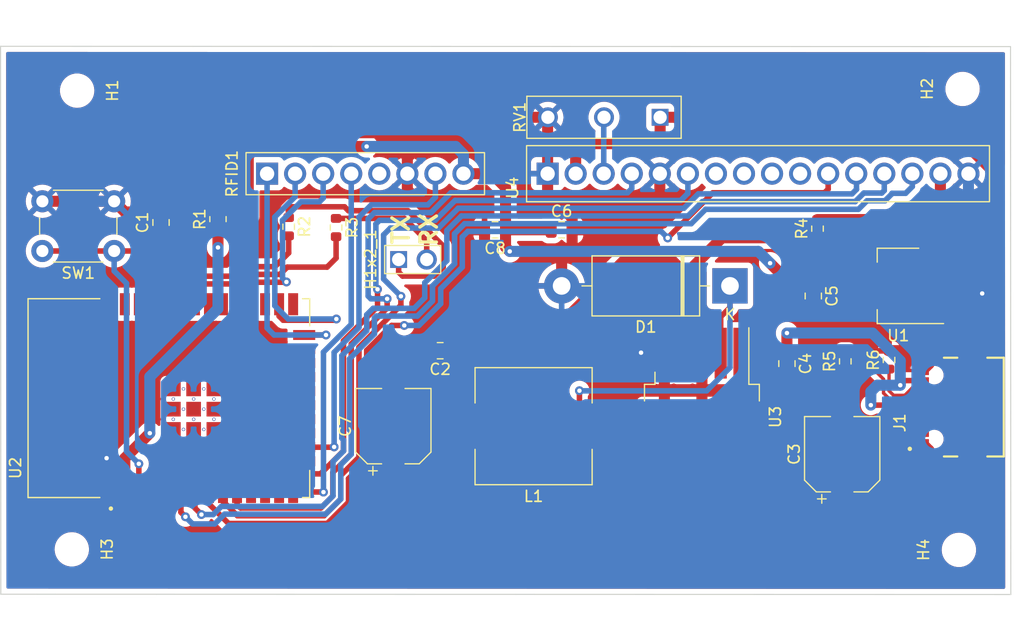
<source format=kicad_pcb>
(kicad_pcb (version 20211014) (generator pcbnew)
  (title_block (title "hardwareDesign PCB") (date "2022-11-05") (rev "1.0.") (company "Sergio Arboleda University") (comment 1 "David Alejandro Charry Bonilla"))
  (layers (0 "F.Cu" signal) (31 "B.Cu" signal) (34 "B.Paste" user) (35 "F.Paste" user) (36 "B.SilkS" user "B.Silkscreen") (37 "F.SilkS" user "F.Silkscreen") (38 "B.Mask" user) (39 "F.Mask" user) (44 "Edge.Cuts" user))
  (net 0 "")
  (net 1 "Net-(C1-Pad1)")
  (net 2 "GND")
  (net 3 "5V")
  (net 4 "VCC")
  (net 5 "3.3V")
  (net 6 "Net-(D1-Pad1)")
  (net 7 "Net-(H1x2_1-Pad1)")
  (net 8 "Net-(H1x2_1-Pad2)")
  (net 9 "Net-(R2-Pad2)")
  (net 10 "Net-(R3-Pad2)")
  (net 11 "Net-(R4-Pad2)")
  (net 12 "SDA")
  (net 13 "SCK")
  (net 14 "MOSI")
  (net 15 "MISO")
  (net 17 "RST")
  (net 18 "Net-(RV1-Pad2)")
  (net 21 "DB7")
  (net 22 "DB6")
  (net 23 "DB4")
  (net 24 "DB5")
  (net 25 "RS")
  (net 26 "E")
  (net 48 "Net-(J1-PadA5)")
  (net 52 "Net-(J1-PadB5)")
  (footprint "Resistor_SMD:R_0603_1608Metric" (layer "F.Cu") (at 149.7584 91.2368 -90)
    (fp_text reference "R3")
    (fp_text value "470")
  )
  (footprint "ESP32:MODULE_ESP32-WROOM-32D" (layer "F.Cu") (at 134.62 106.68 90)
    (fp_text reference "U2")
    (fp_text value "ESP32-WROOM-32D")
  )
  (footprint "Capacitor_SMD:C_0805_2012Metric" (layer "F.Cu") (at 192.9638 97.4344 -90)
    (fp_text reference "C5")
    (fp_text value "100u")
  )
  (footprint "Header_1x2:header_1x2" (layer "F.Cu") (at 157.9626 94.1324 90)
    (fp_text reference "H1x2_1")
    (fp_text value "Heather_1x2")
  )
  (footprint "Resistor_SMD:R_0603_1608Metric" (layer "F.Cu") (at 145.4658 91.1606 -90)
    (fp_text reference "R2")
    (fp_text value "470")
  )
  (footprint "Header_1x16:Header_1x16" (layer "F.Cu") (at 168.91 86.36 90)
    (fp_text reference "U4")
    (fp_text value "LCD-16X2")
  )
  (footprint "Resistor_SMD:R_0603_1608Metric" (layer "F.Cu") (at 199.8218 103.2256 90)
    (fp_text reference "R6")
    (fp_text value "5.1k")
  )
  (footprint "Resistor_SMD:R_0603_1608Metric" (layer "F.Cu") (at 195.8594 103.3526 90)
    (fp_text reference "R5")
    (fp_text value "5.1k")
  )
  (footprint "header_1x8:Header_1x8" (layer "F.Cu") (at 143.51 86.36 90)
    (fp_text reference "RFID1")
    (fp_text value "RC522")
  )
  (footprint "Inductor_SMD:L_10.4x10.4_H4.8" (layer "F.Cu") (at 167.64 109.22 180)
    (fp_text reference "L1")
    (fp_text value "33u")
  )
  (footprint "Capacitor_SMD:C_0805_2012Metric" (layer "F.Cu") (at 170.18 91.44)
    (fp_text reference "C6")
    (fp_text value "100n")
  )
  (footprint "MountingHole:MountingHole_2.1mm" (layer "F.Cu") (at 206.4766 78.6892 90)
    (fp_text reference "H2")
    (fp_text value "MountingHole_2.1mm")
  )
  (footprint "MountingHole:MountingHole_2.1mm" (layer "F.Cu") (at 206.1464 120.4214 90)
    (fp_text reference "H4")
    (fp_text value "MountingHole_2.1mm")
  )
  (footprint "MountingHole:MountingHole_2.1mm" (layer "F.Cu") (at 126.3142 78.8416 -90)
    (fp_text reference "H1")
    (fp_text value "MountingHole_2.1mm")
  )
  (footprint "Button_Switch_THT:SW_PUSH_6mm_H4.3mm" (layer "F.Cu") (at 129.6658 93.3598 180)
    (fp_text reference "SW1")
    (fp_text value "SW_MEC_5E")
  )
  (footprint "Capacitor_SMD:CP_Elec_6.3x5.7" (layer "F.Cu") (at 195.58 111.76 90)
    (fp_text reference "C3")
    (fp_text value "100u")
  )
  (footprint "Capacitor_SMD:CP_Elec_6.3x5.7" (layer "F.Cu") (at 154.94 109.22 90)
    (fp_text reference "C7")
    (fp_text value "220u")
  )
  (footprint "Capacitor_SMD:C_0805_2012Metric" (layer "F.Cu") (at 190.5762 103.5558 -90)
    (fp_text reference "C4")
    (fp_text value "100n")
  )
  (footprint "pot_10k:Potenciometer 10k" (layer "F.Cu") (at 174.0154 81.2546 -90)
    (fp_text reference "RV1")
    (fp_text value "10k")
  )
  (footprint "Resistor_SMD:R_0603_1608Metric" (layer "F.Cu") (at 193.3448 91.3384 90)
    (fp_text reference "R4")
    (fp_text value "100")
  )
  (footprint "Diode_THT:D_DO-201AD_P15.24mm_Horizontal" (layer "F.Cu") (at 185.42 96.52 180)
    (fp_text reference "D1")
    (fp_text value "1N5822")
  )
  (footprint "MountingHole:MountingHole_2.1mm" (layer "F.Cu") (at 125.8316 120.3706 -90)
    (fp_text reference "H3")
    (fp_text value "MountingHole_2.1mm")
  )
  (footprint "Capacitor_SMD:C_0805_2012Metric" (layer "F.Cu") (at 133.9088 90.7796 90)
    (fp_text reference "C1")
    (fp_text value "10u")
  )
  (footprint "USB-C:GCT_USB4110-GF-A_REVB" (layer "F.Cu") (at 203.9315 107.4928 90)
    (fp_text reference "J1")
    (fp_text value "USB4110-GF-A_REVB")
  )
  (footprint "Capacitor_SMD:C_0805_2012Metric" (layer "F.Cu") (at 159.1818 102.3874 180)
    (fp_text reference "C2")
    (fp_text value "10u")
  )
  (footprint "Resistor_SMD:R_0805_2012Metric" (layer "F.Cu") (at 139.065 90.4748 90)
    (fp_text reference "R1")
    (fp_text value "10k")
  )
  (footprint "Capacitor_SMD:C_0805_2012Metric" (layer "F.Cu") (at 164.15 91.44 180)
    (fp_text reference "C8")
    (fp_text value "10u")
  )
  (footprint "Package_TO_SOT_SMD:SOT-223-3_TabPin2" (layer "F.Cu") (at 200.66 96.52 180)
    (fp_text reference "U1")
    (fp_text value "AMS1117-3.3")
  )
  (footprint "Package_TO_SOT_SMD:TO-263-5_TabPin3" (layer "F.Cu") (at 182.88 108.385 -90)
    (fp_text reference "U3")
    (fp_text value "LM2596S-5")
  )
  (gr_line (start 119.38 74.8284) (end 119.4054 124.4346) (layer "Edge.Cuts") (width 0.1))
  (gr_line (start 119.4054 124.4346) (end 210.8454 124.46) (layer "Edge.Cuts") (width 0.1))
  (gr_line (start 210.82 74.8538) (end 119.38 74.8284) (layer "Edge.Cuts") (width 0.1))
  (gr_line (start 210.8454 124.46) (end 210.82 74.8538) (layer "Edge.Cuts") (width 0.1))
  (gr_text "RX" (at 158.1658 91.44 90) (layer "F.SilkS") (effects (font (size 1.5 1.5) (thickness 0.3))))
  (gr_text "TX" (at 155.6258 91.44 90) (layer "F.SilkS") (effects (font (size 1.5 1.5) (thickness 0.3))))
  (segment (start 133.4622 93.3598) (end 133.9088 92.9132) (width 0.5) (layer "F.Cu") (net 1))
  (segment (start 135.194 91.7296) (end 137.3632 89.5604) (width 0.5) (layer "F.Cu") (net 1))
  (segment (start 131.9 115.18) (end 131.9 112.6258) (width 0.5) (layer "F.Cu") (net 1))
  (segment (start 133.9088 92.9132) (end 133.9088 91.7296) (width 0.5) (layer "F.Cu") (net 1))
  (segment (start 123.1658 93.3598) (end 129.6658 93.3598) (width 0.5) (layer "F.Cu") (net 1))
  (segment (start 137.3632 89.5604) (end 139.0631 89.5604) (width 0.5) (layer "F.Cu") (net 1))
  (segment (start 139.0631 89.5604) (end 139.065 89.5623) (width 0.5) (layer "F.Cu") (net 1))
  (segment (start 133.9088 91.7296) (end 135.194 91.7296) (width 0.5) (layer "F.Cu") (net 1))
  (segment (start 129.6658 93.3598) (end 133.4622 93.3598) (width 0.5) (layer "F.Cu") (net 1))
  (via (at 131.9 112.6258) (size 0.8) (drill 0.4) (layers "F.Cu" "B.Cu") (net 1))
  (segment (start 129.6658 95.1726) (end 129.6658 93.3598) (width 0.5) (layer "B.Cu") (net 1))
  (segment (start 131.9 112.6258) (end 130.7846 111.5104) (width 0.5) (layer "B.Cu") (net 1))
  (segment (start 130.7846 96.2914) (end 129.6658 95.1726) (width 0.5) (layer "B.Cu") (net 1))
  (segment (start 130.7846 111.5104) (end 130.7846 96.2914) (width 0.5) (layer "B.Cu") (net 1))
  (segment (start 203.4315 102.3828) (end 203.4315 103.582518) (width 1) (layer "F.Cu") (net 2))
  (segment (start 154.9146 106.4946) (end 154.94 106.52) (width 1) (layer "F.Cu") (net 2))
  (segment (start 165.4302 82.7786) (end 165.4302 81.8388) (width 1) (layer "F.Cu") (net 2))
  (segment (start 158.2318 100.772) (end 163.2 95.8038) (width 1) (layer "F.Cu") (net 2))
  (segment (start 179.07 86.36) (end 179.07 88.0872) (width 1) (layer "F.Cu") (net 2))
  (segment (start 168.91 86.36) (end 168.91 88.138) (width 1) (layer "F.Cu") (net 2))
  (segment (start 133.9088 88.7984) (end 134.8232 87.884) (width 1) (layer "F.Cu") (net 2))
  (segment (start 195.8472 104.1654) (end 195.8594 104.1776) (width 1) (layer "F.Cu") (net 2))
  (segment (start 179.48 102.61) (end 177.413 102.61) (width 1) (layer "F.Cu") (net 2))
  (segment (start 203.4315 112.6028) (end 203.4315 115.4655) (width 1) (layer "F.Cu") (net 2))
  (segment (start 196.3928 99.6188) (end 198.7042 99.6188) (width 1) (layer "F.Cu") (net 2))
  (segment (start 202.921218 104.0928) (end 202.8565 104.0928) (width 1) (layer "F.Cu") (net 2))
  (segment (start 193.7126 104.1776) (end 192.9638 103.4288) (width 1) (layer "F.Cu") (net 2))
  (segment (start 156.21 84.9122) (end 156.972 84.1502) (width 1) (layer "F.Cu") (net 2))
  (segment (start 195.58 109.06) (end 192.311 109.06) (width 1) (layer "F.Cu") (net 2))
  (segment (start 166.0144 81.2546) (end 168.9354 81.2546) (width 1) (layer "F.Cu") (net 2))
  (segment (start 195.6892 109.1692) (end 195.58 109.06) (width 1) (layer "F.Cu") (net 2))
  (segment (start 155.7274 102.3874) (end 154.9146 103.2002) (width 1) (layer "F.Cu") (net 2))
  (segment (start 168.91 81.4832) (end 168.7068 81.28) (width 1) (layer "F.Cu") (net 2))
  (segment (start 195.8594 104.1776) (end 193.7126 104.1776) (width 1) (layer "F.Cu") (net 2))
  (segment (start 140.6082 86.925) (end 140.6082 84.237344) (width 1) (layer "F.Cu") (net 2))
  (segment (start 192.311 109.06) (end 192.311 105.7834) (width 1) (layer "F.Cu") (net 2))
  (segment (start 192.9638 98.3844) (end 195.1584 98.3844) (width 1) (layer "F.Cu") (net 2))
  (segment (start 170.18 94.2594) (end 171.13 93.3094) (width 1) (layer "F.Cu") (net 2))
  (segment (start 175.7172 91.44) (end 171.13 91.44) (width 1) (layer "F.Cu") (net 2))
  (segment (start 206.6404 98.82) (end 208.2546 97.2058) (width 1) (layer "F.Cu") (net 2))
  (segment (start 133.9088 89.8296) (end 133.9088 88.7984) (width 1) (layer "F.Cu") (net 2))
  (segment (start 156.21 87.8332) (end 159.8168 91.44) (width 1) (layer "F.Cu") (net 2))
  (segment (start 192.311 105.7834) (end 193.5886 104.5058) (width 1) (layer "F.Cu") (net 2))
  (segment (start 184.8358 117.6528) (end 182.88 115.697) (width 1) (layer "F.Cu") (net 2))
  (segment (start 156.972 84.1502) (end 164.0586 84.1502) (width 1) (layer "F.Cu") (net 2))
  (segment (start 199.8396 102.3828) (end 199.8218 102.4006) (width 1) (layer "F.Cu") (net 2))
  (segment (start 182.88 102.61) (end 182.88 111.76) (width 1) (layer "F.Cu") (net 2))
  (segment (start 195.1584 98.3844) (end 196.3928 99.6188) (width 1) (layer "F.Cu") (net 2))
  (segment (start 179.48 108.36) (end 182.88 111.76) (width 1) (layer "F.Cu") (net 2))
  (segment (start 171.13 90.358) (end 171.13 91.44) (width 1) (layer "F.Cu") (net 2))
  (segment (start 129.36 112.4944) (end 128.9812 112.1156) (width 1) (layer "F.Cu") (net 2))
  (segment (start 201.2442 117.6528) (end 184.8358 117.6528) (width 1) (layer "F.Cu") (net 2))
  (segment (start 192.311 109.06) (end 189.611 111.76) (width 1) (layer "F.Cu") (net 2))
  (segment (start 182.88 115.697) (end 182.88 111.76) (width 1) (layer "F.Cu") (net 2))
  (segment (start 123.1658 88.8598) (end 129.6658 88.8598) (width 1) (layer "F.Cu") (net 2))
  (segment (start 189.611 111.76) (end 182.88 111.76) (width 1) (layer "F.Cu") (net 2))
  (segment (start 192.9638 103.4288) (end 192.9638 99.4156) (width 1) (layer "F.Cu") (net 2))
  (segment (start 171.13 93.3094) (end 171.13 91.44) (width 1) (layer "F.Cu") (net 2))
  (segment (start 203.4315 111.403082) (end 202.921218 110.8928) (width 1) (layer "F.Cu") (net 2))
  (segment (start 192.9638 99.4156) (end 192.9638 98.3844) (width 1) (layer "F.Cu") (net 2))
  (segment (start 158.2318 102.3874) (end 158.2318 100.772) (width 1) (layer "F.Cu") (net 2))
  (segment (start 154.051 82.6516) (end 156.21 84.8106) (width 1) (layer "F.Cu") (net 2))
  (segment (start 154.9146 103.2002) (end 154.9146 106.4946) (width 1) (layer "F.Cu") (net 2))
  (segment (start 199.503 98.82) (end 203.81 98.82) (width 1) (layer "F.Cu") (net 2))
  (segment (start 159.8168 91.44) (end 163.2 91.44) (width 1) (layer "F.Cu") (net 2))
  (segment (start 133.9088 89.8296) (end 130.6356 89.8296) (width 1) (layer "F.Cu") (net 2))
  (segment (start 203.81 98.82) (end 206.5922 98.82) (width 1) (layer "F.Cu") (net 2))
  (segment (start 177.413 102.61) (end 177.3682 102.5652) (width 1) (layer "F.Cu") (net 2))
  (segment (start 170.18 96.52) (end 170.18 94.2594) (width 1) (layer "F.Cu") (net 2))
  (segment (start 191.0334 104.5058) (end 190.5762 104.5058) (width 1) (layer "F.Cu") (net 2))
  (segment (start 129.36 115.18) (end 129.36 112.4944) (width 1) (layer "F.Cu") (net 2))
  (segment (start 158.2318 102.3874) (end 155.7274 102.3874) (width 1) (layer "F.Cu") (net 2))
  (segment (start 134.8232 87.884) (end 139.6492 87.884) (width 1) (layer "F.Cu") (net 2))
  (segment (start 193.5886 104.5058) (end 193.929 104.1654) (width 1) (layer "F.Cu") (net 2))
  (segment (start 164.0586 84.1502) (end 165.4302 82.7786) (width 1) (layer "F.Cu") (net 2))
  (segment (start 179.07 88.0872) (end 175.7172 91.44) (width 1) (layer "F.Cu") (net 2))
  (segment (start 179.48 102.61) (end 179.48 108.36) (width 1) (layer "F.Cu") (net 2))
  (segment (start 207.3615 99.5893) (end 207.3615 102.3828) (width 1) (layer "F.Cu") (net 2))
  (segment (start 156.21 86.36) (end 156.21 84.9122) (width 1) (layer "F.Cu") (net 2))
  (segment (start 192.311 105.7834) (end 191.0334 104.5058) (width 1) (layer "F.Cu") (net 2))
  (segment (start 206.5922 98.82) (end 206.6404 98.82) (width 1) (layer "F.Cu") (net 2))
  (segment (start 207.3615 102.3828) (end 203.4315 102.3828) (width 1) (layer "F.Cu") (net 2))
  (segment (start 165.4302 81.8388) (end 166.0144 81.2546) (width 1) (layer "F.Cu") (net 2))
  (segment (start 203.4315 112.6028) (end 203.4315 111.403082) (width 1) (layer "F.Cu") (net 2))
  (segment (start 203.4315 102.3828) (end 199.8396 102.3828) (width 1) (layer "F.Cu") (net 2))
  (segment (start 202.921218 110.8928) (end 202.8565 110.8928) (width 1) (layer "F.Cu") (net 2))
  (segment (start 206.5922 98.82) (end 207.3615 99.5893) (width 1) (layer "F.Cu") (net 2))
  (segment (start 203.4315 115.4655) (end 201.2442 117.6528) (width 1) (layer "F.Cu") (net 2))
  (segment (start 156.21 84.8106) (end 156.21 84.9122) (width 1) (layer "F.Cu") (net 2))
  (segment (start 193.929 104.1654) (end 195.8472 104.1654) (width 1) (layer "F.Cu") (net 2))
  (segment (start 130.6356 89.8296) (end 129.6658 88.8598) (width 1) (layer "F.Cu") (net 2))
  (segment (start 198.7042 99.6188) (end 199.503 98.82) (width 1) (layer "F.Cu") (net 2))
  (segment (start 168.91 88.138) (end 171.13 90.358) (width 1) (layer "F.Cu") (net 2))
  (segment (start 139.6492 87.884) (end 140.6082 86.925) (width 1) (layer "F.Cu") (net 2))
  (segment (start 163.2 95.8038) (end 163.2 91.44) (width 1) (layer "F.Cu") (net 2))
  (segment (start 207.3615 112.6028) (end 203.4315 112.6028) (width 1) (layer "F.Cu") (net 2))
  (segment (start 203.4315 103.582518) (end 202.921218 104.0928) (width 1) (layer "F.Cu") (net 2))
  (segment (start 142.193944 82.6516) (end 154.051 82.6516) (width 1) (layer "F.Cu") (net 2))
  (segment (start 168.91 86.36) (end 168.91 81.4832) (width 1) (layer "F.Cu") (net 2))
  (segment (start 156.21 86.36) (end 156.21 87.8332) (width 1) (layer "F.Cu") (net 2))
  (segment (start 140.6082 84.237344) (end 142.193944 82.6516) (width 1) (layer "F.Cu") (net 2))
  (via (at 128.9812 112.1156) (size 0.8) (drill 0.4) (layers "F.Cu" "B.Cu") (net 2))
  (via (at 177.3682 102.5652) (size 0.8) (drill 0.4) (layers "F.Cu" "B.Cu") (net 2))
  (via (at 208.2546 97.2058) (size 0.8) (drill 0.4) (layers "F.Cu" "B.Cu") (net 2))
  (segment (start 207.01 91.44) (end 207.01 86.36) (width 1) (layer "B.Cu") (net 2))
  (segment (start 208.2546 92.6846) (end 207.01 91.44) (width 1) (layer "B.Cu") (net 2))
  (segment (start 127.3958 88.8598) (end 129.6658 88.8598) (width 1) (layer "B.Cu") (net 2))
  (segment (start 171.323 96.52) (end 177.3682 102.5652) (width 1) (layer "B.Cu") (net 2))
  (segment (start 128.9812 97.8662) (end 126.0348 94.9198) (width 1) (layer "B.Cu") (net 2))
  (segment (start 208.2546 97.2058) (end 208.2546 92.6846) (width 1) (layer "B.Cu") (net 2))
  (segment (start 126.0348 94.9198) (end 126.0348 90.2208) (width 1) (layer "B.Cu") (net 2))
  (segment (start 170.18 96.52) (end 171.323 96.52) (width 1) (layer "B.Cu") (net 2))
  (segment (start 126.0348 90.2208) (end 127.3958 88.8598) (width 1) (layer "B.Cu") (net 2))
  (segment (start 128.9812 112.1156) (end 128.9812 97.8662) (width 1) (layer "B.Cu") (net 2))
  (segment (start 200.4682 94.22) (end 198.4116 92.1634) (width 1) (layer "F.Cu") (net 3))
  (segment (start 207.3516 94.22) (end 203.81 94.22) (width 1) (layer "F.Cu") (net 3))
  (segment (start 209.55 86.4616) (end 209.55 92.0496) (width 1) (layer "F.Cu") (net 3))
  (segment (start 203.81 94.22) (end 200.4682 94.22) (width 1) (layer "F.Cu") (net 3))
  (segment (start 181.18 95.68) (end 184.6966 92.1634) (width 1) (layer "F.Cu") (net 3))
  (segment (start 198.4116 92.1634) (end 193.3448 92.1634) (width 1) (layer "F.Cu") (net 3))
  (segment (start 162.306 102.3874) (end 160.1318 102.3874) (width 1) (layer "F.Cu") (net 3))
  (segment (start 172.5422 83.6422) (end 178.2572 83.6422) (width 1) (layer "F.Cu") (net 3))
  (segment (start 163.49 109.22) (end 160.8328 109.22) (width 1) (layer "F.Cu") (net 3))
  (segment (start 164.1602 100.5332) (end 162.306 102.3874) (width 1) (layer "F.Cu") (net 3))
  (segment (start 179.0954 81.2546) (end 180.5432 81.2546) (width 1) (layer "F.Cu") (net 3))
  (segment (start 181.18 102.61) (end 181.18 95.2264) (width 1) (layer "F.Cu") (net 3))
  (segment (start 207.3656 94.234) (end 207.3516 94.22) (width 1) (layer "F.Cu") (net 3))
  (segment (start 181.18 95.2264) (end 179.9082 93.9546) (width 1) (layer "F.Cu") (net 3))
  (segment (start 158.1328 111.92) (end 154.94 111.92) (width 1) (layer "F.Cu") (net 3))
  (segment (start 163.49 103.5714) (end 162.306 102.3874) (width 1) (layer "F.Cu") (net 3))
  (segment (start 171.45 86.36) (end 171.45 84.7344) (width 1) (layer "F.Cu") (net 3))
  (segment (start 180.5432 81.2546) (end 182.753 83.4644) (width 1) (layer "F.Cu") (net 3))
  (segment (start 176.0982 93.9546) (end 169.5196 100.5332) (width 1) (layer "F.Cu") (net 3))
  (segment (start 179.9082 93.9546) (end 176.0982 93.9546) (width 1) (layer "F.Cu") (net 3))
  (segment (start 160.8328 109.22) (end 158.1328 111.92) (width 1) (layer "F.Cu") (net 3))
  (segment (start 209.55 92.0496) (end 207.3656 94.234) (width 1) (layer "F.Cu") (net 3))
  (segment (start 169.5196 100.5332) (end 164.1602 100.5332) (width 1) (layer "F.Cu") (net 3))
  (segment (start 179.0954 82.804) (end 179.0954 81.2546) (width 1) (layer "F.Cu") (net 3))
  (segment (start 184.6966 92.1634) (end 193.3448 92.1634) (width 1) (layer "F.Cu") (net 3))
  (segment (start 163.49 109.22) (end 163.49 103.5714) (width 1) (layer "F.Cu") (net 3))
  (segment (start 206.5528 83.4644) (end 209.55 86.4616) (width 1) (layer "F.Cu") (net 3))
  (segment (start 171.45 84.7344) (end 172.5422 83.6422) (width 1) (layer "F.Cu") (net 3))
  (segment (start 178.2572 83.6422) (end 179.0954 82.804) (width 1) (layer "F.Cu") (net 3))
  (segment (start 182.753 83.4644) (end 206.5528 83.4644) (width 1) (layer "F.Cu") (net 3))
  (segment (start 181.18 102.61) (end 181.18 95.68) (width 1) (layer "F.Cu") (net 3))
  (segment (start 201.8815 109.8928) (end 201.8662 109.8928) (width 0.5) (layer "F.Cu") (net 4))
  (segment (start 201.2442 113.4872) (end 200.2714 114.46) (width 0.5) (layer "F.Cu") (net 4))
  (segment (start 202.8565 109.8928) (end 201.8815 109.8928) (width 0.5) (layer "F.Cu") (net 4))
  (segment (start 200.2714 114.46) (end 195.58 114.46) (width 0.5) (layer "F.Cu") (net 4))
  (segment (start 200.152 108.1786) (end 199.2884 107.315) (width 0.5) (layer "F.Cu") (net 4))
  (segment (start 186.28 102.61) (end 190.572 102.61) (width 1) (layer "F.Cu") (net 4))
  (segment (start 201.2566 105.0928) (end 200.8378 105.5116) (width 0.5) (layer "F.Cu") (net 4))
  (segment (start 199.2884 107.315) (end 198.1708 107.315) (width 0.5) (layer "F.Cu") (net 4))
  (segment (start 201.2442 110.5301) (end 201.2442 113.4872) (width 0.5) (layer "F.Cu") (net 4))
  (segment (start 190.5762 102.6058) (end 190.5762 100.7872) (width 1) (layer "F.Cu") (net 4))
  (segment (start 201.8662 109.8928) (end 200.152 108.1786) (width 0.5) (layer "F.Cu") (net 4))
  (segment (start 190.572 102.61) (end 190.5762 102.6058) (width 1) (layer "F.Cu") (net 4))
  (segment (start 202.8565 105.0928) (end 201.2566 105.0928) (width 0.5) (layer "F.Cu") (net 4))
  (segment (start 201.8815 109.8928) (end 201.2442 110.5301) (width 0.5) (layer "F.Cu") (net 4))
  (via (at 200.8378 105.5116) (size 0.8) (drill 0.4) (layers "F.Cu" "B.Cu") (net 4))
  (via (at 190.5762 100.7872) (size 0.8) (drill 0.4) (layers "F.Cu" "B.Cu") (net 4))
  (via (at 198.1708 107.315) (size 0.8) (drill 0.4) (layers "F.Cu" "B.Cu") (net 4))
  (segment (start 200.8378 103.3018) (end 200.8378 105.5116) (width 1) (layer "B.Cu") (net 4))
  (segment (start 198.755 105.5116) (end 200.8378 105.5116) (width 1) (layer "B.Cu") (net 4))
  (segment (start 198.1708 107.315) (end 198.1708 106.0958) (width 1) (layer "B.Cu") (net 4))
  (segment (start 190.5762 100.7872) (end 198.3232 100.7872) (width 1) (layer "B.Cu") (net 4))
  (segment (start 198.1708 106.0958) (end 198.755 105.5116) (width 1) (layer "B.Cu") (net 4))
  (segment (start 198.3232 100.7872) (end 200.8378 103.3018) (width 1) (layer "B.Cu") (net 4))
  (segment (start 197.51 96.52) (end 192.9994 96.52) (width 1) (layer "F.Cu") (net 5))
  (segment (start 191.074 96.4844) (end 189.0522 94.4626) (width 1) (layer "F.Cu") (net 5))
  (segment (start 169.23 91.44) (end 165.1 91.44) (width 1) (layer "F.Cu") (net 5))
  (segment (start 165.1 87.6046) (end 163.8554 86.36) (width 1) (layer "F.Cu") (net 5))
  (segment (start 203.81 96.52) (end 197.51 96.52) (width 1) (layer "F.Cu") (net 5))
  (segment (start 140.6417 91.3873) (end 141.3764 90.6526) (width 1) (layer "F.Cu") (net 5))
  (segment (start 192.9638 96.4844) (end 191.074 96.4844) (width 1) (layer "F.Cu") (net 5))
  (segment (start 141.3764 90.6526) (end 141.8082 90.2208) (width 1) (layer "F.Cu") (net 5))
  (segment (start 165.1 91.44) (end 165.1 87.6046) (width 1) (layer "F.Cu") (net 5))
  (segment (start 130.63 112.1178) (end 132.8928 109.855) (width 1) (layer "F.Cu") (net 5))
  (segment (start 192.9994 96.52) (end 192.9638 96.4844) (width 1) (layer "F.Cu") (net 5))
  (segment (start 141.8082 84.7344) (end 142.367 84.1756) (width 1) (layer "F.Cu") (net 5))
  (segment (start 130.63 115.18) (end 130.63 112.1178) (width 1) (layer "F.Cu") (net 5))
  (segment (start 142.367 84.1756) (end 142.6464 83.8962) (width 1) (layer "F.Cu") (net 5))
  (segment (start 139.065 91.3873) (end 139.065 93.0402) (width 1) (layer "F.Cu") (net 5))
  (segment (start 165.1 91.44) (end 165.1 93.0148) (width 1) (layer "F.Cu") (net 5))
  (segment (start 142.6464 83.8962) (end 152.527 83.8962) (width 1) (layer "F.Cu") (net 5))
  (segment (start 165.1 93.0148) (end 165.481 93.3958) (width 1) (layer "F.Cu") (net 5))
  (segment (start 141.8082 90.2208) (end 141.8082 84.7344) (width 1) (layer "F.Cu") (net 5))
  (segment (start 163.8554 86.36) (end 161.29 86.36) (width 1) (layer "F.Cu") (net 5))
  (segment (start 139.065 91.3873) (end 140.6417 91.3873) (width 1) (layer "F.Cu") (net 5))
  (via (at 139.065 93.0402) (size 0.8) (drill 0.4) (layers "F.Cu" "B.Cu") (net 5))
  (via (at 165.481 93.3958) (size 0.8) (drill 0.4) (layers "F.Cu" "B.Cu") (net 5))
  (via (at 152.527 83.8962) (size 0.8) (drill 0.4) (layers "F.Cu" "B.Cu") (net 5))
  (via (at 132.8928 109.855) (size 0.8) (drill 0.4) (layers "F.Cu" "B.Cu") (net 5))
  (via (at 189.0522 94.4626) (size 0.8) (drill 0.4) (layers "F.Cu" "B.Cu") (net 5))
  (segment (start 152.527 83.8962) (end 160.5788 83.8962) (width 1) (layer "B.Cu") (net 5))
  (segment (start 137.3886 100.2538) (end 132.8928 104.7496) (width 1) (layer "B.Cu") (net 5))
  (segment (start 139.065 93.0402) (end 139.065 98.5774) (width 1) (layer "B.Cu") (net 5))
  (segment (start 160.5788 83.8962) (end 161.29 84.6074) (width 1) (layer "B.Cu") (net 5))
  (segment (start 187.9854 93.3958) (end 189.0522 94.4626) (width 1) (layer "B.Cu") (net 5))
  (segment (start 165.481 93.3958) (end 187.9854 93.3958) (width 1) (layer "B.Cu") (net 5))
  (segment (start 139.065 98.5774) (end 137.3886 100.2538) (width 1) (layer "B.Cu") (net 5))
  (segment (start 161.29 84.6074) (end 161.29 86.36) (width 1) (layer "B.Cu") (net 5))
  (segment (start 132.8928 104.7496) (end 132.8928 109.855) (width 1) (layer "B.Cu") (net 5))
  (segment (start 184.58 99.3158) (end 184.58 102.61) (width 0.5) (layer "F.Cu") (net 6))
  (segment (start 185.42 98.4758) (end 184.58 99.3158) (width 0.5) (layer "F.Cu") (net 6))
  (segment (start 185.42 96.52) (end 185.42 98.4758) (width 0.5) (layer "F.Cu") (net 6))
  (segment (start 171.79 109.22) (end 171.79 106.0098) (width 0.5) (layer "F.Cu") (net 6))
  (via (at 171.79 106.0098) (size 0.8) (drill 0.4) (layers "F.Cu" "B.Cu") (net 6))
  (segment (start 185.42 103.9114) (end 185.42 96.52) (width 0.5) (layer "B.Cu") (net 6))
  (segment (start 171.7998 106.0196) (end 183.3118 106.0196) (width 0.5) (layer "B.Cu") (net 6))
  (segment (start 183.3118 106.0196) (end 185.42 103.9114) (width 0.5) (layer "B.Cu") (net 6))
  (segment (start 171.79 106.0098) (end 171.7998 106.0196) (width 0.5) (layer "B.Cu") (net 6))
  (segment (start 155.4226 94.1324) (end 155.4226 95.2754) (width 0.5) (layer "F.Cu") (net 7))
  (segment (start 159.4612 94.8182) (end 159.4612 92.9132) (width 0.5) (layer "F.Cu") (net 7))
  (segment (start 145.4404 90.3102) (end 145.4658 90.3356) (width 0.5) (layer "F.Cu") (net 7))
  (segment (start 155.7782 95.631) (end 158.6484 95.631) (width 0.5) (layer "F.Cu") (net 7))
  (segment (start 156.2598 89.7118) (end 150.875 89.7118) (width 0.5) (layer "F.Cu") (net 7))
  (segment (start 158.6484 95.631) (end 159.4612 94.8182) (width 0.5) (layer "F.Cu") (net 7))
  (segment (start 150.875 89.7118) (end 150.5204 89.3572) (width 0.5) (layer "F.Cu") (net 7))
  (segment (start 145.7706 89.3572) (end 145.4404 89.6874) (width 0.5) (layer "F.Cu") (net 7))
  (segment (start 159.4612 92.9132) (end 156.2598 89.7118) (width 0.5) (layer "F.Cu") (net 7))
  (segment (start 150.5204 89.3572) (end 145.7706 89.3572) (width 0.5) (layer "F.Cu") (net 7))
  (segment (start 155.4226 95.2754) (end 155.7782 95.631) (width 0.5) (layer "F.Cu") (net 7))
  (segment (start 145.4404 89.6874) (end 145.4404 90.3102) (width 0.5) (layer "F.Cu") (net 7))
  (segment (start 155.9438 90.4118) (end 149.7584 90.4118) (width 0.5) (layer "F.Cu") (net 8))
  (segment (start 157.9626 94.1324) (end 157.9626 92.4306) (width 0.5) (layer "F.Cu") (net 8))
  (segment (start 157.9626 92.4306) (end 155.9438 90.4118) (width 0.5) (layer "F.Cu") (net 8))
  (segment (start 133.17 98.18) (end 133.17 97.005451) (width 0.5) (layer "F.Cu") (net 9))
  (segment (start 140.2588 95.6422) (end 141.1224 94.7786) (width 0.5) (layer "F.Cu") (net 9))
  (segment (start 145.4658 93.534) (end 145.4658 91.9856) (width 0.5) (layer "F.Cu") (net 9))
  (segment (start 141.1224 94.7786) (end 144.2212 94.7786) (width 0.5) (layer "F.Cu") (net 9))
  (segment (start 144.2212 94.7786) (end 145.4658 93.534) (width 0.5) (layer "F.Cu") (net 9))
  (segment (start 134.533251 95.6422) (end 140.2588 95.6422) (width 0.5) (layer "F.Cu") (net 9))
  (segment (start 133.17 97.005451) (end 134.533251 95.6422) (width 0.5) (layer "F.Cu") (net 9))
  (segment (start 145.3388 94.8182) (end 148.9456 94.8182) (width 0.5) (layer "F.Cu") (net 10))
  (segment (start 134.44 96.7254) (end 134.8232 96.3422) (width 0.5) (layer "F.Cu") (net 10))
  (segment (start 134.44 98.18) (end 134.44 96.7254) (width 0.5) (layer "F.Cu") (net 10))
  (segment (start 144.6784 95.4786) (end 145.3388 94.8182) (width 0.5) (layer "F.Cu") (net 10))
  (segment (start 148.9456 94.8182) (end 149.7584 94.0054) (width 0.5) (layer "F.Cu") (net 10))
  (segment (start 134.8232 96.3422) (end 140.55785 96.3422) (width 0.5) (layer "F.Cu") (net 10))
  (segment (start 140.55785 96.3422) (end 141.42145 95.4786) (width 0.5) (layer "F.Cu") (net 10))
  (segment (start 149.7584 94.0054) (end 149.7584 92.0618) (width 0.5) (layer "F.Cu") (net 10))
  (segment (start 141.42145 95.4786) (end 144.6784 95.4786) (width 0.5) (layer "F.Cu") (net 10))
  (segment (start 204.47 88.265) (end 202.2216 90.5134) (width 1) (layer "F.Cu") (net 11))
  (segment (start 202.2216 90.5134) (end 193.3448 90.5134) (width 1) (layer "F.Cu") (net 11))
  (segment (start 204.47 86.36) (end 204.47 88.265) (width 1) (layer "F.Cu") (net 11))
  (segment (start 148.844 100.965) (end 146.87 100.965) (width 0.5) (layer "F.Cu") (net 12))
  (via (at 148.844 100.965) (size 0.8) (drill 0.4) (layers "F.Cu" "B.Cu") (net 12))
  (segment (start 143.51 100.33) (end 143.51 86.36) (width 0.5) (layer "B.Cu") (net 12))
  (segment (start 148.844 100.965) (end 144.145 100.965) (width 0.5) (layer "B.Cu") (net 12))
  (segment (start 144.145 100.965) (end 143.51 100.33) (width 0.5) (layer "B.Cu") (net 12))
  (segment (start 149.671 99.63) (end 144.97 99.63) (width 0.5) (layer "F.Cu") (net 13))
  (segment (start 144.97 99.63) (end 144.6 99.26) (width 0.5) (layer "F.Cu") (net 13))
  (segment (start 144.6 99.26) (end 144.6 98.18) (width 0.5) (layer "F.Cu") (net 13))
  (segment (start 149.7838 99.5172) (end 149.671 99.63) (width 0.5) (layer "F.Cu") (net 13))
  (via (at 149.7838 99.5172) (size 0.8) (drill 0.4) (layers "F.Cu" "B.Cu") (net 13))
  (segment (start 144.21 98.3122) (end 144.21 90.2828) (width 0.5) (layer "B.Cu") (net 13))
  (segment (start 144.21 90.2828) (end 146.05 88.4428) (width 0.5) (layer "B.Cu") (net 13))
  (segment (start 149.7838 99.5172) (end 145.415 99.5172) (width 0.5) (layer "B.Cu") (net 13))
  (segment (start 146.05 88.4428) (end 146.05 86.36) (width 0.5) (layer "B.Cu") (net 13))
  (segment (start 145.415 99.5172) (end 144.21 98.3122) (width 0.5) (layer "B.Cu") (net 13))
  (segment (start 140.79 97.1) (end 140.79 98.18) (width 0.5) (layer "F.Cu") (net 14))
  (segment (start 145.2372 96.1898) (end 141.7002 96.1898) (width 0.5) (layer "F.Cu") (net 14))
  (segment (start 145.2626 96.1644) (end 145.2372 96.1898) (width 0.5) (layer "F.Cu") (net 14))
  (segment (start 141.7002 96.1898) (end 140.79 97.1) (width 0.5) (layer "F.Cu") (net 14))
  (via (at 145.2626 96.1644) (size 0.8) (drill 0.4) (layers "F.Cu" "B.Cu") (net 14))
  (segment (start 144.91 95.8118) (end 144.91 90.57275) (width 0.5) (layer "B.Cu") (net 14))
  (segment (start 144.91 90.57275) (end 146.58275 88.9) (width 0.5) (layer "B.Cu") (net 14))
  (segment (start 145.2626 96.1644) (end 144.91 95.8118) (width 0.5) (layer "B.Cu") (net 14))
  (segment (start 148.2598 88.9) (end 148.59 88.5698) (width 0.5) (layer "B.Cu") (net 14))
  (segment (start 146.58275 88.9) (end 148.2598 88.9) (width 0.5) (layer "B.Cu") (net 14))
  (segment (start 148.59 88.5698) (end 148.59 86.36) (width 0.5) (layer "B.Cu") (net 14))
  (segment (start 148.6064 115.18) (end 148.6154 115.189) (width 0.5) (layer "F.Cu") (net 15))
  (segment (start 145.87 115.18) (end 148.6064 115.18) (width 0.5) (layer "F.Cu") (net 15))
  (via (at 148.6154 115.189) (size 0.8) (drill 0.4) (layers "F.Cu" "B.Cu") (net 15))
  (segment (start 151.13 99.9998) (end 151.13 86.36) (width 0.5) (layer "B.Cu") (net 15))
  (segment (start 148.6154 115.189) (end 148.6154 102.5144) (width 0.5) (layer "B.Cu") (net 15))
  (segment (start 148.6154 102.5144) (end 151.13 99.9998) (width 0.5) (layer "B.Cu") (net 15))
  (segment (start 149.5552 111.125) (end 146.87 111.125) (width 0.5) (layer "F.Cu") (net 17))
  (segment (start 149.5806 111.0996) (end 149.5552 111.125) (width 0.5) (layer "F.Cu") (net 17))
  (via (at 149.5806 111.0996) (size 0.8) (drill 0.4) (layers "F.Cu" "B.Cu") (net 17))
  (segment (start 151.83 90.297) (end 152.9476 89.1794) (width 0.5) (layer "B.Cu") (net 17))
  (segment (start 149.5806 111.0996) (end 149.5806 102.53915) (width 0.5) (layer "B.Cu") (net 17))
  (segment (start 158.0642 89.1794) (end 158.75 88.4936) (width 0.5) (layer "B.Cu") (net 17))
  (segment (start 149.5806 102.53915) (end 151.83 100.289749) (width 0.5) (layer "B.Cu") (net 17))
  (segment (start 151.83 100.289749) (end 151.83 90.297) (width 0.5) (layer "B.Cu") (net 17))
  (segment (start 152.9476 89.1794) (end 158.0642 89.1794) (width 0.5) (layer "B.Cu") (net 17))
  (segment (start 158.75 88.4936) (end 158.75 86.36) (width 0.5) (layer "B.Cu") (net 17))
  (segment (start 173.99 86.36) (end 173.99 81.3054) (width 0.5) (layer "B.Cu") (net 18))
  (segment (start 173.99 81.3054) (end 173.9392 81.2546) (width 0.5) (layer "B.Cu") (net 18))
  (segment (start 173.736 81.28) (end 173.7868 81.28) (width 0.5) (layer "B.Cu") (net 18))
  (segment (start 135.71 115.18) (end 135.71 117.0156) (width 0.5) (layer "F.Cu") (net 21))
  (segment (start 135.71 117.0156) (end 136.1186 117.4242) (width 0.5) (layer "F.Cu") (net 21))
  (via (at 136.1186 117.4242) (size 0.8) (drill 0.4) (layers "F.Cu" "B.Cu") (net 21))
  (segment (start 150.179 112.71035) (end 151.1306 111.75875) (width 0.5) (layer "B.Cu") (net 21))
  (segment (start 200.09 88.17395) (end 200.09 88.138) (width 0.5) (layer "B.Cu") (net 21))
  (segment (start 136.1186 117.4242) (end 136.7654 118.071) (width 0.5) (layer "B.Cu") (net 21))
  (segment (start 181.90815 90.8872) (end 183.20655 89.5888) (width 0.5) (layer "B.Cu") (net 21))
  (segment (start 157.117832 99.252) (end 158.4848 97.885032) (width 0.5) (layer "B.Cu") (net 21))
  (segment (start 197.8251 88.8126) (end 199.45135 88.8126) (width 0.5) (layer "B.Cu") (net 21))
  (segment (start 201.93 87.5284) (end 201.93 86.36) (width 0.5) (layer "B.Cu") (net 21))
  (segment (start 148.812032 117.1844) (end 150.179 115.817431) (width 0.5) (layer "B.Cu") (net 21))
  (segment (start 201.3204 88.138) (end 201.93 87.5284) (width 0.5) (layer "B.Cu") (net 21))
  (segment (start 197.0489 89.5888) (end 197.8251 88.8126) (width 0.5) (layer "B.Cu") (net 21))
  (segment (start 160.48515 94.525958) (end 160.48515 91.7999) (width 0.5) (layer "B.Cu") (net 21))
  (segment (start 200.09 88.138) (end 201.3204 88.138) (width 0.5) (layer "B.Cu") (net 21))
  (segment (start 153.23 100.869647) (end 153.23 99.42615) (width 0.5) (layer "B.Cu") (net 21))
  (segment (start 139.659749 117.1844) (end 148.812032 117.1844) (width 0.5) (layer "B.Cu") (net 21))
  (segment (start 158.4848 97.885032) (end 158.4848 96.526309) (width 0.5) (layer "B.Cu") (net 21))
  (segment (start 153.23 99.42615) (end 153.40415 99.252) (width 0.5) (layer "B.Cu") (net 21))
  (segment (start 153.40415 99.252) (end 157.117832 99.252) (width 0.5) (layer "B.Cu") (net 21))
  (segment (start 158.4848 96.526309) (end 160.48515 94.525958) (width 0.5) (layer "B.Cu") (net 21))
  (segment (start 199.45135 88.8126) (end 200.09 88.17395) (width 0.5) (layer "B.Cu") (net 21))
  (segment (start 151.1306 109.7256) (end 150.9806 109.5756) (width 0.5) (layer "B.Cu") (net 21))
  (segment (start 150.9806 103.11905) (end 153.23 100.869647) (width 0.5) (layer "B.Cu") (net 21))
  (segment (start 160.48515 91.7999) (end 161.39785 90.8872) (width 0.5) (layer "B.Cu") (net 21))
  (segment (start 138.773149 118.071) (end 139.659749 117.1844) (width 0.5) (layer "B.Cu") (net 21))
  (segment (start 136.7654 118.071) (end 138.773149 118.071) (width 0.5) (layer "B.Cu") (net 21))
  (segment (start 151.1306 111.75875) (end 151.1306 109.7256) (width 0.5) (layer "B.Cu") (net 21))
  (segment (start 150.9806 109.5756) (end 150.9806 103.11905) (width 0.5) (layer "B.Cu") (net 21))
  (segment (start 161.39785 90.8872) (end 181.90815 90.8872) (width 0.5) (layer "B.Cu") (net 21))
  (segment (start 150.179 115.817431) (end 150.179 112.71035) (width 0.5) (layer "B.Cu") (net 21))
  (segment (start 183.20655 89.5888) (end 197.0489 89.5888) (width 0.5) (layer "B.Cu") (net 21))
  (segment (start 137.5664 117.221) (end 136.98 116.6346) (width 0.5) (layer "F.Cu") (net 22))
  (segment (start 136.98 116.6346) (end 136.98 115.18) (width 0.5) (layer "F.Cu") (net 22))
  (via (at 137.5664 117.221) (size 0.8) (drill 0.4) (layers "F.Cu" "B.Cu") (net 22))
  (segment (start 138.6332 117.221) (end 139.3698 116.4844) (width 0.5) (layer "B.Cu") (net 22))
  (segment (start 150.2806 110.3122) (end 150.2806 102.8291) (width 0.5) (layer "B.Cu") (net 22))
  (segment (start 152.53 100.579698) (end 152.53 99.1362) (width 0.5) (layer "B.Cu") (net 22))
  (segment (start 196.75895 88.8888) (end 197.53515 88.1126) (width 0.5) (layer "B.Cu") (net 22))
  (segment (start 156.827882 98.552) (end 157.7848 97.595082) (width 0.5) (layer "B.Cu") (net 22))
  (segment (start 149.479 112.4204) (end 150.4306 111.4688) (width 0.5) (layer "B.Cu") (net 22))
  (segment (start 139.3698 116.4844) (end 148.522082 116.4844) (width 0.5) (layer "B.Cu") (net 22))
  (segment (start 161.1079 90.1872) (end 181.6182 90.1872) (width 0.5) (layer "B.Cu") (net 22))
  (segment (start 150.4306 110.4622) (end 150.2806 110.3122) (width 0.5) (layer "B.Cu") (net 22))
  (segment (start 157.7848 96.236359) (end 159.78515 94.236009) (width 0.5) (layer "B.Cu") (net 22))
  (segment (start 159.78515 94.236009) (end 159.78515 91.50995) (width 0.5) (layer "B.Cu") (net 22))
  (segment (start 199.1614 88.1126) (end 199.39 87.884) (width 0.5) (layer "B.Cu") (net 22))
  (segment (start 152.53 99.1362) (end 153.1142 98.552) (width 0.5) (layer "B.Cu") (net 22))
  (segment (start 199.39 87.884) (end 199.39 86.36) (width 0.5) (layer "B.Cu") (net 22))
  (segment (start 150.2806 102.8291) (end 152.53 100.579698) (width 0.5) (layer "B.Cu") (net 22))
  (segment (start 157.7848 97.595082) (end 157.7848 96.236359) (width 0.5) (layer "B.Cu") (net 22))
  (segment (start 159.78515 91.50995) (end 161.1079 90.1872) (width 0.5) (layer "B.Cu") (net 22))
  (segment (start 137.5664 117.221) (end 138.6332 117.221) (width 0.5) (layer "B.Cu") (net 22))
  (segment (start 182.9166 88.8888) (end 196.75895 88.8888) (width 0.5) (layer "B.Cu") (net 22))
  (segment (start 149.479 115.527482) (end 149.479 112.4204) (width 0.5) (layer "B.Cu") (net 22))
  (segment (start 197.53515 88.1126) (end 199.1614 88.1126) (width 0.5) (layer "B.Cu") (net 22))
  (segment (start 150.4306 111.4688) (end 150.4306 110.4622) (width 0.5) (layer "B.Cu") (net 22))
  (segment (start 153.1142 98.552) (end 156.827882 98.552) (width 0.5) (layer "B.Cu") (net 22))
  (segment (start 148.522082 116.4844) (end 149.479 115.527482) (width 0.5) (layer "B.Cu") (net 22))
  (segment (start 181.6182 90.1872) (end 182.9166 88.8888) (width 0.5) (layer "B.Cu") (net 22))
  (segment (start 150.88655 116.099832) (end 148.956382 118.03) (width 0.5) (layer "F.Cu") (net 23))
  (segment (start 140.02 118.03) (end 138.25 116.26) (width 0.5) (layer "F.Cu") (net 23))
  (segment (start 179.7812 92.1766) (end 183.8706 88.0872) (width 0.5) (layer "F.Cu") (net 23))
  (segment (start 148.956382 118.03) (end 140.02 118.03) (width 0.5) (layer "F.Cu") (net 23))
  (segment (start 150.88655 113.965581) (end 150.88655 116.099832) (width 0.5) (layer "F.Cu") (net 23))
  (segment (start 154.78555 100.1015) (end 152.530599 102.356451) (width 0.5) (layer "F.Cu") (net 23))
  (segment (start 138.25 116.26) (end 138.25 115.18) (width 0.5) (layer "F.Cu") (net 23))
  (segment (start 152.5306 112.321529) (end 150.88655 113.965581) (width 0.5) (layer "F.Cu") (net 23))
  (segment (start 183.8706 88.0872) (end 193.9798 88.0872) (width 0.5) (layer "F.Cu") (net 23))
  (segment (start 193.9798 88.0872) (end 194.31 87.757) (width 0.5) (layer "F.Cu") (net 23))
  (segment (start 194.31 87.757) (end 194.31 86.36) (width 0.5) (layer "F.Cu") (net 23))
  (segment (start 155.9306 100.1015) (end 154.78555 100.1015) (width 0.5) (layer "F.Cu") (net 23))
  (segment (start 152.530599 102.356451) (end 152.5306 112.321529) (width 0.5) (layer "F.Cu") (net 23))
  (via (at 179.7812 92.1766) (size 0.8) (drill 0.4) (layers "F.Cu" "B.Cu") (net 23))
  (via (at 155.9306 100.1015) (size 0.8) (drill 0.4) (layers "F.Cu" "B.Cu") (net 23))
  (segment (start 179.1918 91.5872) (end 179.7812 92.1766) (width 0.5) (layer "B.Cu") (net 23))
  (segment (start 161.6878 91.5872) (end 179.1918 91.5872) (width 0.5) (layer "B.Cu") (net 23))
  (segment (start 159.22983 96.771229) (end 161.18515 94.815907) (width 0.5) (layer "B.Cu") (net 23))
  (segment (start 155.9306 100.1015) (end 157.258282 100.1015) (width 0.5) (layer "B.Cu") (net 23))
  (segment (start 161.18515 94.815907) (end 161.18515 92.08985) (width 0.5) (layer "B.Cu") (net 23))
  (segment (start 157.258282 100.1015) (end 159.22983 98.129952) (width 0.5) (layer "B.Cu") (net 23))
  (segment (start 159.22983 98.129952) (end 159.22983 96.771229) (width 0.5) (layer "B.Cu") (net 23))
  (segment (start 161.18515 92.08985) (end 161.6878 91.5872) (width 0.5) (layer "B.Cu") (net 23))
  (segment (start 150.18655 115.8016) (end 150.1654 115.82275) (width 0.5) (layer "F.Cu") (net 24))
  (segment (start 140.826301 117.33) (end 139.52 116.0237) (width 0.5) (layer "F.Cu") (net 24))
  (segment (start 150.1654 115.831032) (end 148.666432 117.33) (width 0.5) (layer "F.Cu") (net 24))
  (segment (start 151.8306 112.03158) (end 150.18655 113.675631) (width 0.5) (layer "F.Cu") (net 24))
  (segment (start 151.8306 102.0665) (end 151.8306 112.03158) (width 0.5) (layer "F.Cu") (net 24))
  (segment (start 150.1654 115.82275) (end 150.1654 115.831032) (width 0.5) (layer "F.Cu") (net 24))
  (segment (start 155.6258 98.2713) (end 151.8306 102.0665) (width 0.5) (layer "F.Cu") (net 24))
  (segment (start 155.6258 97.4598) (end 155.6258 98.2713) (width 0.5) (layer "F.Cu") (net 24))
  (segment (start 148.666432 117.33) (end 140.826301 117.33) (width 0.5) (layer "F.Cu") (net 24))
  (segment (start 139.52 116.0237) (end 139.52 115.18) (width 0.5) (layer "F.Cu") (net 24))
  (segment (start 150.18655 113.675631) (end 150.18655 115.8016) (width 0.5) (layer "F.Cu") (net 24))
  (via (at 155.6258 97.4598) (size 0.8) (drill 0.4) (layers "F.Cu" "B.Cu") (net 24))
  (segment (start 196.8754 87.7824) (end 196.8754 86.3854) (width 0.5) (layer "B.Cu") (net 24))
  (segment (start 196.469 88.1888) (end 196.8754 87.7824) (width 0.5) (layer "B.Cu") (net 24))
  (segment (start 154.6733 91.284675) (end 159.020475 91.284675) (width 0.5) (layer "B.Cu") (net 24))
  (segment (start 160.81795 89.4872) (end 181.2514 89.4872) (width 0.5) (layer "B.Cu") (net 24))
  (segment (start 155.6258 97.4598) (end 154.060775 95.894775) (width 0.5) (layer "B.Cu") (net 24))
  (segment (start 181.2514 89.4872) (end 182.5498 88.1888) (width 0.5) (layer "B.Cu") (net 24))
  (segment (start 154.060775 91.8972) (end 154.6733 91.284675) (width 0.5) (layer "B.Cu") (net 24))
  (segment (start 154.060775 95.894775) (end 154.060775 91.8972) (width 0.5) (layer "B.Cu") (net 24))
  (segment (start 182.5498 88.1888) (end 196.469 88.1888) (width 0.5) (layer "B.Cu") (net 24))
  (segment (start 196.8754 86.3854) (end 196.85 86.36) (width 0.5) (layer "B.Cu") (net 24))
  (segment (start 159.020475 91.284675) (end 160.81795 89.4872) (width 0.5) (layer "B.Cu") (net 24))
  (segment (start 154.3812 98.52595) (end 151.1306 101.77655) (width 0.5) (layer "F.Cu") (net 25))
  (segment (start 141.11625 116.63) (end 140.79 116.30375) (width 0.5) (layer "F.Cu") (net 25))
  (segment (start 151.1306 101.77655) (end 151.1306 111.741631) (width 0.5) (layer "F.Cu") (net 25))
  (segment (start 151.1306 111.741631) (end 149.4654 113.406832) (width 0.5) (layer "F.Cu") (net 25))
  (segment (start 149.4654 115.541082) (end 148.376482 116.63) (width 0.5) (layer "F.Cu") (net 25))
  (segment (start 140.79 116.30375) (end 140.79 115.18) (width 0.5) (layer "F.Cu") (net 25))
  (segment (start 148.376482 116.63) (end 141.11625 116.63) (width 0.5) (layer "F.Cu") (net 25))
  (segment (start 149.4654 113.406832) (end 149.4654 115.541082) (width 0.5) (layer "F.Cu") (net 25))
  (segment (start 154.3812 97.6884) (end 154.3812 98.52595) (width 0.5) (layer "F.Cu") (net 25))
  (via (at 154.3812 97.6884) (size 0.8) (drill 0.4) (layers "F.Cu" "B.Cu") (net 25))
  (segment (start 154.3812 97.6884) (end 152.908 97.6884) (width 0.5) (layer "B.Cu") (net 25))
  (segment (start 160.146349 88.0872) (end 176.149 88.0872) (width 0.5) (layer "B.Cu") (net 25))
  (segment (start 152.908 97.6884) (end 152.660775 97.441175) (width 0.5) (layer "B.Cu") (net 25))
  (segment (start 153.232275 89.884675) (end 158.348875 89.884675) (width 0.5) (layer "B.Cu") (net 25))
  (segment (start 158.348875 89.884675) (end 160.146349 88.0872) (width 0.5) (layer "B.Cu") (net 25))
  (segment (start 176.149 88.0872) (end 176.53 87.7062) (width 0.5) (layer "B.Cu") (net 25))
  (segment (start 176.53 87.7062) (end 176.53 86.36) (width 0.5) (layer "B.Cu") (net 25))
  (segment (start 152.660775 90.456175) (end 153.232275 89.884675) (width 0.5) (layer "B.Cu") (net 25))
  (segment (start 152.660775 97.441175) (end 152.660775 90.456175) (width 0.5) (layer "B.Cu") (net 25))
  (segment (start 150.4306 101.4866) (end 150.4306 111.451682) (width 0.5) (layer "F.Cu") (net 26))
  (segment (start 142.622 113.538) (end 142.06 114.1) (width 0.5) (layer "F.Cu") (net 26))
  (segment (start 150.4306 111.451682) (end 148.344282 113.538) (width 0.5) (layer "F.Cu") (net 26))
  (segment (start 153.510275 98.406925) (end 150.4306 101.4866) (width 0.5) (layer "F.Cu") (net 26))
  (segment (start 148.344282 113.538) (end 142.622 113.538) (width 0.5) (layer "F.Cu") (net 26))
  (segment (start 153.510275 96.8248) (end 153.510275 98.406925) (width 0.5) (layer "F.Cu") (net 26))
  (segment (start 142.06 114.1) (end 142.06 115.18) (width 0.5) (layer "F.Cu") (net 26))
  (via (at 153.510275 96.8248) (size 0.8) (drill 0.4) (layers "F.Cu" "B.Cu") (net 26))
  (segment (start 153.687125 90.584675) (end 158.730525 90.584675) (width 0.5) (layer "B.Cu") (net 26))
  (segment (start 153.510275 96.8248) (end 153.360775 96.6753) (width 0.5) (layer "B.Cu") (net 26))
  (segment (start 160.528 88.7872) (end 180.9608 88.7872) (width 0.5) (layer "B.Cu") (net 26))
  (segment (start 181.61 88.138) (end 181.61 86.36) (width 0.5) (layer "B.Cu") (net 26))
  (segment (start 180.9608 88.7872) (end 181.61 88.138) (width 0.5) (layer "B.Cu") (net 26))
  (segment (start 153.360775 90.911025) (end 153.687125 90.584675) (width 0.5) (layer "B.Cu") (net 26))
  (segment (start 153.360775 96.6753) (end 153.360775 90.911025) (width 0.5) (layer "B.Cu") (net 26))
  (segment (start 158.730525 90.584675) (end 160.528 88.7872) (width 0.5) (layer "B.Cu") (net 26))
  (segment (start 201.4902 106.926) (end 200.021094 106.926) (width 0.3) (layer "F.Cu") (net 48))
  (segment (start 201.7014 108.5088) (end 201.7014 107.1372) (width 0.3) (layer "F.Cu") (net 48))
  (segment (start 196.8886 102.5276) (end 195.8594 102.5276) (width 0.3) (layer "F.Cu") (net 48))
  (segment (start 201.7014 107.1372) (end 201.4902 106.926) (width 0.3) (layer "F.Cu") (net 48))
  (segment (start 199.3218 104.9608) (end 196.8886 102.5276) (width 0.3) (layer "F.Cu") (net 48))
  (segment (start 202.8565 108.7428) (end 201.9354 108.7428) (width 0.3) (layer "F.Cu") (net 48))
  (segment (start 201.9354 108.7428) (end 201.7014 108.5088) (width 0.3) (layer "F.Cu") (net 48))
  (segment (start 200.021094 106.926) (end 199.3218 106.226706) (width 0.3) (layer "F.Cu") (net 48))
  (segment (start 199.3218 106.226706) (end 199.3218 104.9608) (width 0.3) (layer "F.Cu") (net 48))
  (segment (start 202.8565 105.7428) (end 201.9315 105.7428) (width 0.3) (layer "F.Cu") (net 52))
  (segment (start 199.8218 106.0196) (end 199.8218 104.0506) (width 0.3) (layer "F.Cu") (net 52))
  (segment (start 200.2282 106.426) (end 199.8218 106.0196) (width 0.3) (layer "F.Cu") (net 52))
  (segment (start 201.2483 106.426) (end 200.2282 106.426) (width 0.3) (layer "F.Cu") (net 52))
  (segment (start 201.9315 105.7428) (end 201.2483 106.426) (width 0.3) (layer "F.Cu") (net 52))
  (zone (net 2) (net_name "GND") (layer "F.Cu") (connect_pads (clearance 0.508)) (min_thickness 0.254) (fill yes (thermal_gap 0.508) (thermal_bridge_width 0.508))
    (polygon (pts (xy 210.82 74.8538) (xy 210.8454 124.46) (xy 119.4054 124.4346) (xy 119.38 74.8284)))
  )
  (zone (net 2) (net_name "GND") (layer "B.Cu") (connect_pads (clearance 0.508)) (min_thickness 0.254) (fill yes (thermal_gap 0.508) (thermal_bridge_width 0.508))
    (polygon (pts (xy 210.82 74.8538) (xy 210.8454 124.46) (xy 119.4054 124.4346) (xy 119.38 74.8284)))
  )
)
</source>
